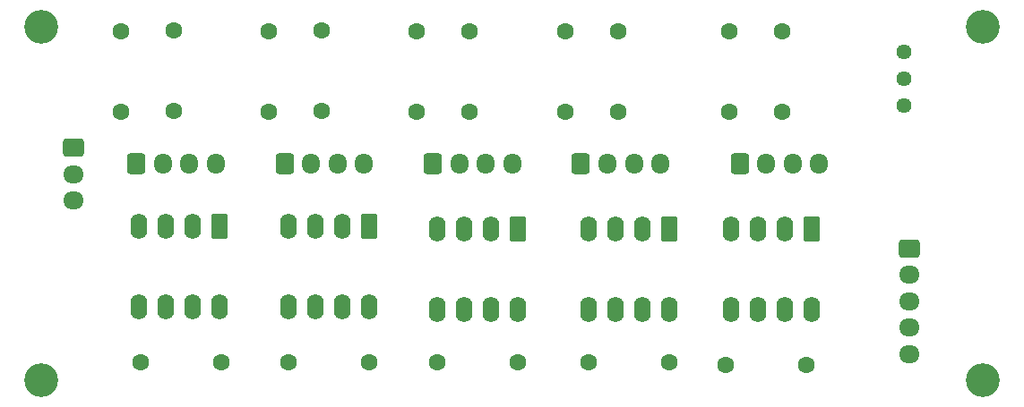
<source format=gbr>
%TF.GenerationSoftware,KiCad,Pcbnew,9.0.2*%
%TF.CreationDate,2025-07-08T21:37:53-07:00*%
%TF.ProjectId,reflectance,7265666c-6563-4746-916e-63652e6b6963,rev?*%
%TF.SameCoordinates,Original*%
%TF.FileFunction,Soldermask,Top*%
%TF.FilePolarity,Negative*%
%FSLAX46Y46*%
G04 Gerber Fmt 4.6, Leading zero omitted, Abs format (unit mm)*
G04 Created by KiCad (PCBNEW 9.0.2) date 2025-07-08 21:37:53*
%MOMM*%
%LPD*%
G01*
G04 APERTURE LIST*
G04 Aperture macros list*
%AMRoundRect*
0 Rectangle with rounded corners*
0 $1 Rounding radius*
0 $2 $3 $4 $5 $6 $7 $8 $9 X,Y pos of 4 corners*
0 Add a 4 corners polygon primitive as box body*
4,1,4,$2,$3,$4,$5,$6,$7,$8,$9,$2,$3,0*
0 Add four circle primitives for the rounded corners*
1,1,$1+$1,$2,$3*
1,1,$1+$1,$4,$5*
1,1,$1+$1,$6,$7*
1,1,$1+$1,$8,$9*
0 Add four rect primitives between the rounded corners*
20,1,$1+$1,$2,$3,$4,$5,0*
20,1,$1+$1,$4,$5,$6,$7,0*
20,1,$1+$1,$6,$7,$8,$9,0*
20,1,$1+$1,$8,$9,$2,$3,0*%
G04 Aperture macros list end*
%ADD10C,1.600000*%
%ADD11RoundRect,0.250000X-0.600000X-0.725000X0.600000X-0.725000X0.600000X0.725000X-0.600000X0.725000X0*%
%ADD12O,1.700000X1.950000*%
%ADD13RoundRect,0.250000X-0.725000X0.600000X-0.725000X-0.600000X0.725000X-0.600000X0.725000X0.600000X0*%
%ADD14O,1.950000X1.700000*%
%ADD15RoundRect,0.250000X-0.550000X0.950000X-0.550000X-0.950000X0.550000X-0.950000X0.550000X0.950000X0*%
%ADD16O,1.600000X2.400000*%
%ADD17C,3.200000*%
%ADD18C,1.440000*%
G04 APERTURE END LIST*
D10*
%TO.C,R14*%
X177500000Y-49500000D03*
X177500000Y-57120000D03*
%TD*%
D11*
%TO.C,J1*%
X121500000Y-62000000D03*
D12*
X124000000Y-62000000D03*
X126500000Y-62000000D03*
X129000000Y-62000000D03*
%TD*%
D10*
%TO.C,R3*%
X129500000Y-80770000D03*
X121880000Y-80770000D03*
%TD*%
D13*
%TO.C,J8*%
X194500000Y-70000000D03*
D14*
X194500000Y-72500000D03*
X194500000Y-75000000D03*
X194500000Y-77500000D03*
X194500000Y-80000000D03*
%TD*%
D11*
%TO.C,J2*%
X135500000Y-62000000D03*
D12*
X138000000Y-62000000D03*
X140500000Y-62000000D03*
X143000000Y-62000000D03*
%TD*%
D10*
%TO.C,R15*%
X182500000Y-49500000D03*
X182500000Y-57120000D03*
%TD*%
%TO.C,R5*%
X134000000Y-49500000D03*
X134000000Y-57120000D03*
%TD*%
D15*
%TO.C,U2*%
X129310000Y-67880000D03*
D16*
X126770000Y-67880000D03*
X124230000Y-67880000D03*
X121690000Y-67880000D03*
X121690000Y-75500000D03*
X124230000Y-75500000D03*
X126770000Y-75500000D03*
X129310000Y-75500000D03*
%TD*%
D10*
%TO.C,R8*%
X148000000Y-49500000D03*
X148000000Y-57120000D03*
%TD*%
D17*
%TO.C,H3*%
X201500000Y-82500000D03*
%TD*%
D10*
%TO.C,R7*%
X153000000Y-49500000D03*
X153000000Y-57120000D03*
%TD*%
D11*
%TO.C,J4*%
X163500000Y-62000000D03*
D12*
X166000000Y-62000000D03*
X168500000Y-62000000D03*
X171000000Y-62000000D03*
%TD*%
D17*
%TO.C,H4*%
X112500000Y-82500000D03*
%TD*%
D10*
%TO.C,R1*%
X125000000Y-49380000D03*
X125000000Y-57000000D03*
%TD*%
%TO.C,R11*%
X162000000Y-49500000D03*
X162000000Y-57120000D03*
%TD*%
D11*
%TO.C,J3*%
X149500000Y-62000000D03*
D12*
X152000000Y-62000000D03*
X154500000Y-62000000D03*
X157000000Y-62000000D03*
%TD*%
D15*
%TO.C,U1*%
X143500000Y-67880000D03*
D16*
X140960000Y-67880000D03*
X138420000Y-67880000D03*
X135880000Y-67880000D03*
X135880000Y-75500000D03*
X138420000Y-75500000D03*
X140960000Y-75500000D03*
X143500000Y-75500000D03*
%TD*%
D11*
%TO.C,J7*%
X178500000Y-62000000D03*
D12*
X181000000Y-62000000D03*
X183500000Y-62000000D03*
X186000000Y-62000000D03*
%TD*%
D15*
%TO.C,U5*%
X185310000Y-68190000D03*
D16*
X182770000Y-68190000D03*
X180230000Y-68190000D03*
X177690000Y-68190000D03*
X177690000Y-75810000D03*
X180230000Y-75810000D03*
X182770000Y-75810000D03*
X185310000Y-75810000D03*
%TD*%
D10*
%TO.C,R6*%
X143500000Y-80770000D03*
X135880000Y-80770000D03*
%TD*%
D17*
%TO.C,H1*%
X112500000Y-49000000D03*
%TD*%
D10*
%TO.C,R12*%
X171810000Y-80770000D03*
X164190000Y-80770000D03*
%TD*%
%TO.C,R9*%
X157500000Y-80770000D03*
X149880000Y-80770000D03*
%TD*%
D15*
%TO.C,U4*%
X171810000Y-68190000D03*
D16*
X169270000Y-68190000D03*
X166730000Y-68190000D03*
X164190000Y-68190000D03*
X164190000Y-75810000D03*
X166730000Y-75810000D03*
X169270000Y-75810000D03*
X171810000Y-75810000D03*
%TD*%
D17*
%TO.C,H2*%
X201500000Y-49000000D03*
%TD*%
D10*
%TO.C,R2*%
X120000000Y-49500000D03*
X120000000Y-57120000D03*
%TD*%
%TO.C,R4*%
X139000000Y-49380000D03*
X139000000Y-57000000D03*
%TD*%
D18*
%TO.C,RV1*%
X194000000Y-51420000D03*
X194000000Y-53960000D03*
X194000000Y-56500000D03*
%TD*%
D10*
%TO.C,R10*%
X167000000Y-49500000D03*
X167000000Y-57120000D03*
%TD*%
D13*
%TO.C,J6*%
X115500000Y-60500000D03*
D14*
X115500000Y-63000000D03*
X115500000Y-65500000D03*
%TD*%
D10*
%TO.C,R16*%
X184810000Y-81000000D03*
X177190000Y-81000000D03*
%TD*%
D15*
%TO.C,U3*%
X157500000Y-68190000D03*
D16*
X154960000Y-68190000D03*
X152420000Y-68190000D03*
X149880000Y-68190000D03*
X149880000Y-75810000D03*
X152420000Y-75810000D03*
X154960000Y-75810000D03*
X157500000Y-75810000D03*
%TD*%
M02*

</source>
